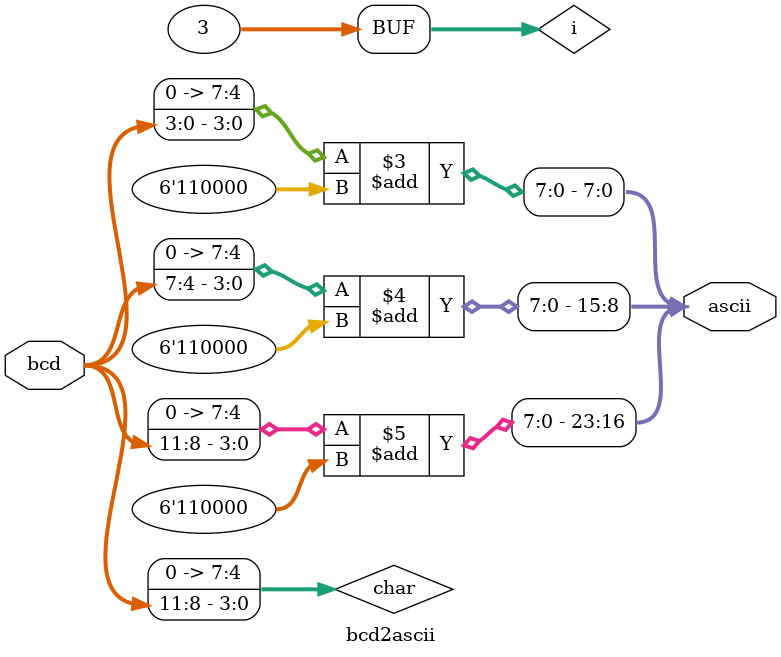
<source format=v>


module bcd2ascii
  #(
  parameter CHAR_LEN = 3
  )(
  input [(4*CHAR_LEN)-1:0] bcd,
  output [(8*CHAR_LEN)-1:0] ascii
  );

  reg [7:0] char;
  integer i;

  always @(bcd) begin

    for ( i=0; i<CHAR_LEN; i=i+1 ) begin

      char = {{4'b0},{bcd[4*i+3:4*i]}};
      ascii[8*i+7:8*i] = char + 6'd48;

    end

  end

endmodule




</source>
